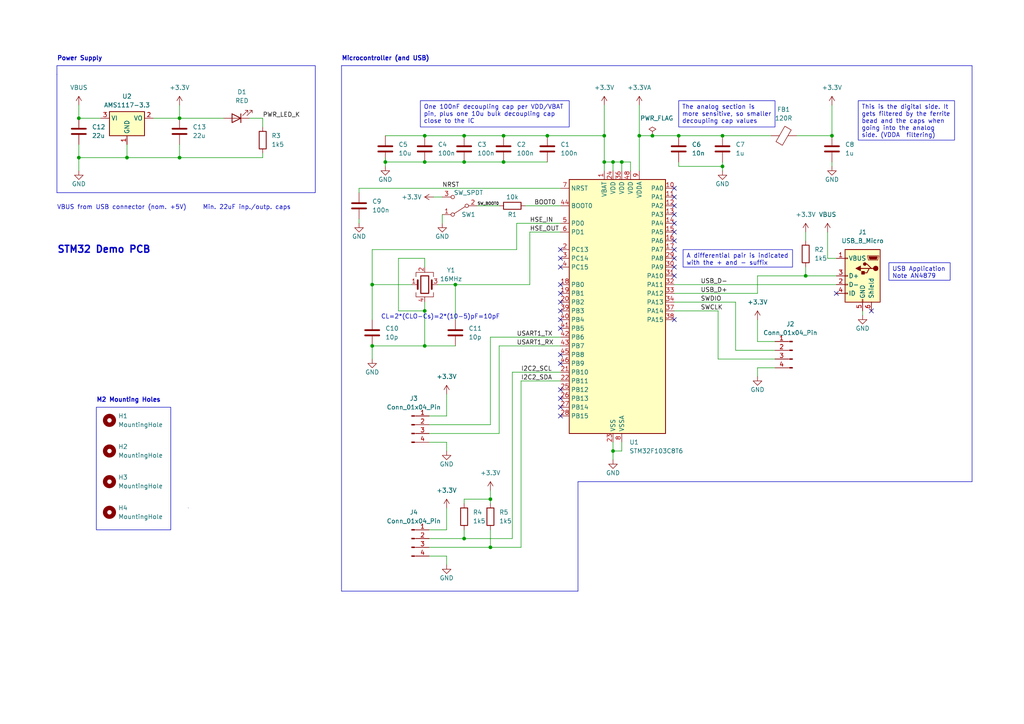
<source format=kicad_sch>
(kicad_sch (version 20230121) (generator eeschema)
  (paper "A4")
  (title_block (title "STM32 Demo PCB") (date "2023-12-25") (rev "0.1"))
  (lib_symbols
    (symbol "Connector:Conn_01x04_Pin" (pin_names (offset 1.016) hide)
      (property "Reference" "J" (at 0 5.08 0))
      (property "Value" "Conn_01x04_Pin" (at 0 -7.62 0))
      (symbol "Conn_01x04_Pin_1_1"
        (polyline (pts (xy 1.27 -5.08) (xy 0.8636 -5.08)) (stroke (width 0.1524)))
        (polyline (pts (xy 1.27 -2.54) (xy 0.8636 -2.54)) (stroke (width 0.1524)))
        (polyline (pts (xy 1.27 0) (xy 0.8636 0)) (stroke (width 0.1524)))
        (polyline (pts (xy 1.27 2.54) (xy 0.8636 2.54)) (stroke (width 0.1524)))
        (rectangle (start 0.8636 -4.953) (end 0 -5.207) (stroke (width 0.1524)) (fill (type outline)))
        (rectangle (start 0.8636 -2.413) (end 0 -2.667) (stroke (width 0.1524)) (fill (type outline)))
        (rectangle (start 0.8636 0.127) (end 0 -0.127) (stroke (width 0.1524)) (fill (type outline)))
        (rectangle (start 0.8636 2.667) (end 0 2.413) (stroke (width 0.1524)) (fill (type outline)))
        (pin passive line (at 5.08 2.54 180) (length 3.81) (name "Pin_1") (number "1"))
        (pin passive line (at 5.08 0 180) (length 3.81) (name "Pin_2") (number "2"))
        (pin passive line (at 5.08 -2.54 180) (length 3.81) (name "Pin_3") (number "3"))
        (pin passive line (at 5.08 -5.08 180) (length 3.81) (name "Pin_4") (number "4"))
      )
    )
    (symbol "Connector:USB_B_Micro" (pin_names (offset 1.016))
      (property "Reference" "J" (at -5.08 11.43 0))
      (property "Value" "USB_B_Micro" (at -5.08 8.89 0))
      (symbol "USB_B_Micro_0_1"
        (rectangle (start -5.08 -7.62) (end 5.08 7.62) (stroke (width 0.254)) (fill (type background)))
        (circle (center -3.81 2.159) (radius 0.635) (stroke (width 0.254)) (fill (type outline)))
        (circle (center -0.635 3.429) (radius 0.381) (stroke (width 0.254)) (fill (type outline)))
        (rectangle (start -0.127 -7.62) (end 0.127 -6.858))
        (polyline (pts (xy -1.905 2.159) (xy 0.635 2.159)) (stroke (width 0.254)))
        (polyline (pts (xy -3.175 2.159) (xy -2.54 2.159) (xy -1.27 3.429) (xy -0.635 3.429)) (stroke (width 0.254)))
        (polyline (pts (xy -2.54 2.159) (xy -1.905 2.159) (xy -1.27 0.889) (xy 0 0.889)) (stroke (width 0.254)))
        (polyline (pts (xy 0.635 2.794) (xy 0.635 1.524) (xy 1.905 2.159) (xy 0.635 2.794)) (stroke (width 0.254)) (fill (type outline)))
        (polyline (pts (xy -4.318 5.588) (xy -1.778 5.588) (xy -2.032 4.826) (xy -4.064 4.826) (xy -4.318 5.588)) (fill (type outline)))
        (polyline (pts (xy -4.699 5.842) (xy -4.699 5.588) (xy -4.445 4.826) (xy -4.445 4.572) (xy -1.651 4.572) (xy -1.651 4.826) (xy -1.397 5.588) (xy -1.397 5.842) (xy -4.699 5.842)))
        (rectangle (start 0.254 1.27) (end -0.508 0.508) (stroke (width 0.254)) (fill (type outline)))
        (rectangle (start 5.08 -5.207) (end 4.318 -4.953))
        (rectangle (start 5.08 -2.667) (end 4.318 -2.413))
        (rectangle (start 5.08 -0.127) (end 4.318 0.127))
        (rectangle (start 5.08 4.953) (end 4.318 5.207))
      )
      (symbol "USB_B_Micro_1_1"
        (pin power_out line (at 7.62 5.08 180) (length 2.54) (name "VBUS") (number "1"))
        (pin bidirectional line (at 7.62 -2.54 180) (length 2.54) (name "D-") (number "2"))
        (pin bidirectional line (at 7.62 0 180) (length 2.54) (name "D+") (number "3"))
        (pin passive line (at 7.62 -5.08 180) (length 2.54) (name "ID") (number "4"))
        (pin power_out line (at 0 -10.16 90) (length 2.54) (name "GND") (number "5"))
        (pin passive line (at -2.54 -10.16 90) (length 2.54) (name "Shield") (number "6"))
      )
    )
    (symbol "Device:C" (pin_numbers hide) (pin_names (offset 0.254))
      (property "Reference" "C" (at 0.635 2.54 0))
      (property "Value" "C" (at 0.635 -2.54 0))
      (symbol "C_0_1"
        (polyline (pts (xy -2.032 -0.762) (xy 2.032 -0.762)) (stroke (width 0.508)))
        (polyline (pts (xy -2.032 0.762) (xy 2.032 0.762)) (stroke (width 0.508)))
      )
      (symbol "C_1_1"
        (pin passive line (at 0 3.81 270) (length 2.794) (name "~") (number "1"))
        (pin passive line (at 0 -3.81 90) (length 2.794) (name "~") (number "2"))
      )
    )
    (symbol "Device:Crystal_GND24" (pin_names (offset 1.016) hide)
      (property "Reference" "Y" (at 3.175 5.08 0))
      (property "Value" "Crystal_GND24" (at 3.175 3.175 0))
      (symbol "Crystal_GND24_0_1"
        (rectangle (start -1.143 2.54) (end 1.143 -2.54) (stroke (width 0.3048)))
        (polyline (pts (xy -2.54 0) (xy -2.032 0)))
        (polyline (pts (xy -2.032 -1.27) (xy -2.032 1.27)) (stroke (width 0.508)))
        (polyline (pts (xy 0 -3.81) (xy 0 -3.556)))
        (polyline (pts (xy 0 3.556) (xy 0 3.81)))
        (polyline (pts (xy 2.032 -1.27) (xy 2.032 1.27)) (stroke (width 0.508)))
        (polyline (pts (xy 2.032 0) (xy 2.54 0)))
        (polyline (pts (xy -2.54 -2.286) (xy -2.54 -3.556) (xy 2.54 -3.556) (xy 2.54 -2.286)))
        (polyline (pts (xy -2.54 2.286) (xy -2.54 3.556) (xy 2.54 3.556) (xy 2.54 2.286)))
      )
      (symbol "Crystal_GND24_1_1"
        (pin passive line (at -3.81 0 0) (length 1.27) (name "1") (number "1"))
        (pin passive line (at 0 5.08 270) (length 1.27) (name "2") (number "2"))
        (pin passive line (at 3.81 0 180) (length 1.27) (name "3") (number "3"))
        (pin passive line (at 0 -5.08 90) (length 1.27) (name "4") (number "4"))
      )
    )
    (symbol "Device:FerriteBead" (pin_numbers hide) (pin_names (offset 0))
      (property "Reference" "FB" (at -3.81 0.635 90))
      (property "Value" "FerriteBead" (at 3.81 0 90))
      (symbol "FerriteBead_0_1"
        (polyline (pts (xy 0 -1.27) (xy 0 -1.2192)))
        (polyline (pts (xy 0 1.27) (xy 0 1.2954)))
        (polyline (pts (xy -2.7686 0.4064) (xy -1.7018 2.2606) (xy 2.7686 -0.3048) (xy 1.6764 -2.159) (xy -2.7686 0.4064)))
      )
      (symbol "FerriteBead_1_1"
        (pin passive line (at 0 3.81 270) (length 2.54) (name "~") (number "1"))
        (pin passive line (at 0 -3.81 90) (length 2.54) (name "~") (number "2"))
      )
    )
    (symbol "Device:LED" (pin_numbers hide) (pin_names (offset 1.016) hide)
      (property "Reference" "D" (at 0 2.54 0))
      (property "Value" "LED" (at 0 -2.54 0))
      (symbol "LED_0_1"
        (polyline (pts (xy -1.27 -1.27) (xy -1.27 1.27)) (stroke (width 0.254)))
        (polyline (pts (xy -1.27 0) (xy 1.27 0)))
        (polyline (pts (xy 1.27 -1.27) (xy 1.27 1.27) (xy -1.27 0) (xy 1.27 -1.27)) (stroke (width 0.254)))
        (polyline (pts (xy -3.048 -0.762) (xy -4.572 -2.286) (xy -3.81 -2.286) (xy -4.572 -2.286) (xy -4.572 -1.524)))
        (polyline (pts (xy -1.778 -0.762) (xy -3.302 -2.286) (xy -2.54 -2.286) (xy -3.302 -2.286) (xy -3.302 -1.524)))
      )
      (symbol "LED_1_1"
        (pin passive line (at -3.81 0 0) (length 2.54) (name "K") (number "1"))
        (pin passive line (at 3.81 0 180) (length 2.54) (name "A") (number "2"))
      )
    )
    (symbol "Device:R" (pin_numbers hide) (pin_names (offset 0))
      (property "Reference" "R" (at 2.032 0 90))
      (property "Value" "R" (at 0 0 90))
      (symbol "R_0_1"
        (rectangle (start -1.016 -2.54) (end 1.016 2.54) (stroke (width 0.254)))
      )
      (symbol "R_1_1"
        (pin passive line (at 0 3.81 270) (length 1.27) (name "~") (number "1"))
        (pin passive line (at 0 -3.81 90) (length 1.27) (name "~") (number "2"))
      )
    )
    (symbol "MCU_ST_STM32F1:STM32F103C8Tx"
      (property "Reference" "U" (at -12.7 39.37 0))
      (property "Value" "STM32F103C8Tx" (at 10.16 39.37 0))
      (symbol "STM32F103C8Tx_0_1"
        (rectangle (start -12.7 -35.56) (end 15.24 38.1) (stroke (width 0.254)) (fill (type background)))
      )
      (symbol "STM32F103C8Tx_1_1"
        (pin power_in line (at -2.54 40.64 270) (length 2.54) (name "VBAT") (number "1"))
        (pin bidirectional line (at 17.78 35.56 180) (length 2.54) (name "PA0") (number "10"))
        (pin bidirectional line (at 17.78 33.02 180) (length 2.54) (name "PA1") (number "11"))
        (pin bidirectional line (at 17.78 30.48 180) (length 2.54) (name "PA2") (number "12"))
        (pin bidirectional line (at 17.78 27.94 180) (length 2.54) (name "PA3") (number "13"))
        (pin bidirectional line (at 17.78 25.4 180) (length 2.54) (name "PA4") (number "14"))
        (pin bidirectional line (at 17.78 22.86 180) (length 2.54) (name "PA5") (number "15"))
        (pin bidirectional line (at 17.78 20.32 180) (length 2.54) (name "PA6") (number "16"))
        (pin bidirectional line (at 17.78 17.78 180) (length 2.54) (name "PA7") (number "17"))
        (pin bidirectional line (at -15.24 7.62 0) (length 2.54) (name "PB0") (number "18"))
        (pin bidirectional line (at -15.24 5.08 0) (length 2.54) (name "PB1") (number "19"))
        (pin bidirectional line (at -15.24 17.78 0) (length 2.54) (name "PC13") (number "2"))
        (pin bidirectional line (at -15.24 2.54 0) (length 2.54) (name "PB2") (number "20"))
        (pin bidirectional line (at -15.24 -17.78 0) (length 2.54) (name "PB10") (number "21"))
        (pin bidirectional line (at -15.24 -20.32 0) (length 2.54) (name "PB11") (number "22"))
        (pin power_in line (at 0 -38.1 90) (length 2.54) (name "VSS") (number "23"))
        (pin power_in line (at 0 40.64 270) (length 2.54) (name "VDD") (number "24"))
        (pin bidirectional line (at -15.24 -22.86 0) (length 2.54) (name "PB12") (number "25"))
        (pin bidirectional line (at -15.24 -25.4 0) (length 2.54) (name "PB13") (number "26"))
        (pin bidirectional line (at -15.24 -27.94 0) (length 2.54) (name "PB14") (number "27"))
        (pin bidirectional line (at -15.24 -30.48 0) (length 2.54) (name "PB15") (number "28"))
        (pin bidirectional line (at 17.78 15.24 180) (length 2.54) (name "PA8") (number "29"))
        (pin bidirectional line (at -15.24 15.24 0) (length 2.54) (name "PC14") (number "3"))
        (pin bidirectional line (at 17.78 12.7 180) (length 2.54) (name "PA9") (number "30"))
        (pin bidirectional line (at 17.78 10.16 180) (length 2.54) (name "PA10") (number "31"))
        (pin bidirectional line (at 17.78 7.62 180) (length 2.54) (name "PA11") (number "32"))
        (pin bidirectional line (at 17.78 5.08 180) (length 2.54) (name "PA12") (number "33"))
        (pin bidirectional line (at 17.78 2.54 180) (length 2.54) (name "PA13") (number "34"))
        (pin passive line (at 0 -38.1 90) (length 2.54) hide (name "VSS") (number "35"))
        (pin power_in line (at 2.54 40.64 270) (length 2.54) (name "VDD") (number "36"))
        (pin bidirectional line (at 17.78 0 180) (length 2.54) (name "PA14") (number "37"))
        (pin bidirectional line (at 17.78 -2.54 180) (length 2.54) (name "PA15") (number "38"))
        (pin bidirectional line (at -15.24 0 0) (length 2.54) (name "PB3") (number "39"))
        (pin bidirectional line (at -15.24 12.7 0) (length 2.54) (name "PC15") (number "4"))
        (pin bidirectional line (at -15.24 -2.54 0) (length 2.54) (name "PB4") (number "40"))
        (pin bidirectional line (at -15.24 -5.08 0) (length 2.54) (name "PB5") (number "41"))
        (pin bidirectional line (at -15.24 -7.62 0) (length 2.54) (name "PB6") (number "42"))
        (pin bidirectional line (at -15.24 -10.16 0) (length 2.54) (name "PB7") (number "43"))
        (pin input line (at -15.24 30.48 0) (length 2.54) (name "BOOT0") (number "44"))
        (pin bidirectional line (at -15.24 -12.7 0) (length 2.54) (name "PB8") (number "45"))
        (pin bidirectional line (at -15.24 -15.24 0) (length 2.54) (name "PB9") (number "46"))
        (pin passive line (at 0 -38.1 90) (length 2.54) hide (name "VSS") (number "47"))
        (pin power_in line (at 5.08 40.64 270) (length 2.54) (name "VDD") (number "48"))
        (pin bidirectional line (at -15.24 25.4 0) (length 2.54) (name "PD0") (number "5"))
        (pin bidirectional line (at -15.24 22.86 0) (length 2.54) (name "PD1") (number "6"))
        (pin input line (at -15.24 35.56 0) (length 2.54) (name "NRST") (number "7"))
        (pin power_in line (at 2.54 -38.1 90) (length 2.54) (name "VSSA") (number "8"))
        (pin power_in line (at 7.62 40.64 270) (length 2.54) (name "VDDA") (number "9"))
      )
    )
    (symbol "Mechanical:MountingHole" (pin_names (offset 1.016))
      (property "Reference" "H" (at 0 5.08 0))
      (property "Value" "MountingHole" (at 0 3.175 0))
      (symbol "MountingHole_0_1"
        (circle (center 0 0) (radius 1.27) (stroke (width 1.27)))
      )
    )
    (symbol "Regulator_Linear:AMS1117-3.3"
      (property "Reference" "U" (at -3.81 3.175 0))
      (property "Value" "AMS1117-3.3" (at 0 3.175 0))
      (symbol "AMS1117-3.3_0_1"
        (rectangle (start -5.08 -5.08) (end 5.08 1.905) (stroke (width 0.254)) (fill (type background)))
      )
      (symbol "AMS1117-3.3_1_1"
        (pin power_in line (at 0 -7.62 90) (length 2.54) (name "GND") (number "1"))
        (pin power_out line (at 7.62 0 180) (length 2.54) (name "VO") (number "2"))
        (pin power_in line (at -7.62 0 0) (length 2.54) (name "VI") (number "3"))
      )
    )
    (symbol "Switch:SW_SPDT" (pin_names (offset 0) hide)
      (property "Reference" "SW" (at 0 4.318 0))
      (property "Value" "SW_SPDT" (at 0 -5.08 0))
      (symbol "SW_SPDT_0_0"
        (circle (center -2.032 0) (radius 0.508))
        (circle (center 2.032 -2.54) (radius 0.508))
      )
      (symbol "SW_SPDT_0_1"
        (polyline (pts (xy -1.524 0.254) (xy 1.651 2.286)))
        (circle (center 2.032 2.54) (radius 0.508))
      )
      (symbol "SW_SPDT_1_1"
        (pin passive line (at 5.08 2.54 180) (length 2.54) (name "A") (number "1"))
        (pin passive line (at -5.08 0 0) (length 2.54) (name "B") (number "2"))
        (pin passive line (at 5.08 -2.54 180) (length 2.54) (name "C") (number "3"))
      )
    )
    (symbol "power:+3.3V" (power) (pin_names (offset 0))
      (property "Value" "+3.3V" (at 0 3.556 0))
      (symbol "+3.3V_0_1"
        (polyline (pts (xy -0.762 1.27) (xy 0 2.54)))
        (polyline (pts (xy 0 0) (xy 0 2.54)))
        (polyline (pts (xy 0 2.54) (xy 0.762 1.27)))
      )
      (symbol "+3.3V_1_1"
        (pin power_in line (at 0 0 90) (length 0) hide (name "+3.3V") (number "1"))
      )
    )
    (symbol "power:+3.3VA" (power) (pin_names (offset 0))
      (property "Value" "+3.3VA" (at 0 3.556 0))
      (symbol "+3.3VA_0_1"
        (polyline (pts (xy -0.762 1.27) (xy 0 2.54)))
        (polyline (pts (xy 0 0) (xy 0 2.54)))
        (polyline (pts (xy 0 2.54) (xy 0.762 1.27)))
      )
      (symbol "+3.3VA_1_1"
        (pin power_in line (at 0 0 90) (length 0) hide (name "+3.3VA") (number "1"))
      )
    )
    (symbol "power:GND" (power) (pin_names (offset 0))
      (property "Value" "GND" (at 0 -3.81 0))
      (symbol "GND_0_1"
        (polyline (pts (xy 0 0) (xy 0 -1.27) (xy 1.27 -1.27) (xy 0 -2.54) (xy -1.27 -1.27) (xy 0 -1.27)))
      )
      (symbol "GND_1_1"
        (pin power_in line (at 0 0 270) (length 0) hide (name "GND") (number "1"))
      )
    )
    (symbol "power:PWR_FLAG" (power) (pin_numbers hide) (pin_names (offset 0) hide)
      (property "Value" "PWR_FLAG" (at 0 3.81 0))
      (symbol "PWR_FLAG_0_0"
        (pin power_out line (at 0 0 90) (length 0) (name "pwr") (number "1"))
      )
      (symbol "PWR_FLAG_0_1"
        (polyline (pts (xy 0 0) (xy 0 1.27) (xy -1.016 1.905) (xy 0 2.54) (xy 1.016 1.905) (xy 0 1.27)))
      )
    )
    (symbol "power:VBUS" (power) (pin_names (offset 0))
      (property "Value" "VBUS" (at 0 3.81 0))
      (symbol "VBUS_0_1"
        (polyline (pts (xy -0.762 1.27) (xy 0 2.54)))
        (polyline (pts (xy 0 0) (xy 0 2.54)))
        (polyline (pts (xy 0 2.54) (xy 0.762 1.27)))
      )
      (symbol "VBUS_1_1"
        (pin power_in line (at 0 0 90) (length 0) hide (name "VBUS") (number "1"))
      )
    )
  )
  (junction (at 209.55 39.37))
  (junction (at 123.19 39.37))
  (junction (at 107.95 82.55))
  (junction (at 196.85 39.37))
  (junction (at 134.62 46.99))
  (junction (at 175.26 46.99))
  (junction (at 52.07 34.29))
  (junction (at 107.95 100.33))
  (junction (at 185.42 39.37))
  (junction (at 134.62 39.37))
  (junction (at 189.23 39.37))
  (junction (at 123.19 90.17))
  (junction (at 22.86 34.29))
  (junction (at 36.83 45.72))
  (junction (at 22.86 45.72))
  (junction (at 241.3 39.37))
  (junction (at 111.76 46.99))
  (junction (at 142.24 144.78))
  (junction (at 146.05 46.99))
  (junction (at 175.26 39.37))
  (junction (at 123.19 100.33))
  (junction (at 180.34 46.99))
  (junction (at 123.19 46.99))
  (junction (at 142.24 158.75))
  (junction (at 158.75 39.37))
  (junction (at 177.8 130.81))
  (junction (at 134.62 156.21))
  (junction (at 177.8 46.99))
  (junction (at 209.55 48.26))
  (junction (at 132.08 82.55))
  (junction (at 146.05 39.37))
  (junction (at 233.68 80.01))
  (junction (at 52.07 45.72))
  (no_connect (at 162.56 90.17))
  (no_connect (at 195.58 72.39))
  (no_connect (at 195.58 59.69))
  (no_connect (at 162.56 102.87))
  (no_connect (at 195.58 67.31))
  (no_connect (at 162.56 118.11))
  (no_connect (at 162.56 105.41))
  (no_connect (at 162.56 85.09))
  (no_connect (at 252.73 90.17))
  (no_connect (at 162.56 72.39))
  (no_connect (at 162.56 95.25))
  (no_connect (at 162.56 115.57))
  (no_connect (at 195.58 80.01))
  (no_connect (at 162.56 82.55))
  (no_connect (at 242.57 85.09))
  (no_connect (at 195.58 57.15))
  (no_connect (at 195.58 92.71))
  (no_connect (at 162.56 77.47))
  (no_connect (at 195.58 77.47))
  (no_connect (at 162.56 113.03))
  (no_connect (at 162.56 92.71))
  (no_connect (at 195.58 54.61))
  (no_connect (at 195.58 69.85))
  (no_connect (at 162.56 74.93))
  (no_connect (at 162.56 87.63))
  (no_connect (at 195.58 62.23))
  (no_connect (at 195.58 74.93))
  (no_connect (at 162.56 120.65))
  (no_connect (at 195.58 64.77))
  (wire (pts (xy 107.95 82.55) (xy 107.95 72.39)))
  (wire (pts (xy 233.68 80.01) (xy 219.71 80.01)))
  (polyline (pts (xy 167.64 139.7) (xy 281.94 139.7)))
  (wire (pts (xy 209.55 39.37) (xy 223.52 39.37)))
  (wire (pts (xy 134.62 156.21) (xy 148.59 156.21)))
  (polyline (pts (xy 99.06 19.05) (xy 99.06 19.05)))
  (wire (pts (xy 142.24 144.78) (xy 142.24 146.05)))
  (wire (pts (xy 52.07 41.91) (xy 52.07 45.72)))
  (wire (pts (xy 107.95 92.71) (xy 107.95 82.55)))
  (wire (pts (xy 144.78 125.73) (xy 144.78 100.33)))
  (wire (pts (xy 124.46 158.75) (xy 142.24 158.75)))
  (wire (pts (xy 22.86 34.29) (xy 29.21 34.29)))
  (wire (pts (xy 182.88 46.99) (xy 180.34 46.99)))
  (wire (pts (xy 180.34 49.53) (xy 180.34 46.99)))
  (wire (pts (xy 209.55 48.26) (xy 209.55 49.53)))
  (wire (pts (xy 231.14 39.37) (xy 241.3 39.37)))
  (polyline (pts (xy 16.51 19.05) (xy 16.51 21.59)))
  (wire (pts (xy 151.13 110.49) (xy 151.13 158.75)))
  (wire (pts (xy 144.78 100.33) (xy 162.56 100.33)))
  (wire (pts (xy 129.54 128.27) (xy 124.46 128.27)))
  (wire (pts (xy 219.71 92.71) (xy 219.71 99.06)))
  (wire (pts (xy 153.67 82.55) (xy 153.67 67.31)))
  (wire (pts (xy 241.3 30.48) (xy 241.3 39.37)))
  (wire (pts (xy 185.42 39.37) (xy 185.42 49.53)))
  (wire (pts (xy 152.4 59.69) (xy 162.56 59.69)))
  (wire (pts (xy 36.83 41.91) (xy 36.83 45.72)))
  (wire (pts (xy 44.45 34.29) (xy 52.07 34.29)))
  (wire (pts (xy 111.76 46.99) (xy 111.76 48.26)))
  (wire (pts (xy 104.14 54.61) (xy 104.14 55.88)))
  (wire (pts (xy 129.54 153.67) (xy 124.46 153.67)))
  (wire (pts (xy 250.19 90.17) (xy 250.19 91.44)))
  (wire (pts (xy 219.71 99.06) (xy 224.79 99.06)))
  (wire (pts (xy 52.07 34.29) (xy 64.77 34.29)))
  (wire (pts (xy 196.85 46.99) (xy 196.85 48.26)))
  (wire (pts (xy 189.23 39.37) (xy 196.85 39.37)))
  (wire (pts (xy 219.71 106.68) (xy 224.79 106.68)))
  (wire (pts (xy 115.57 74.93) (xy 115.57 90.17)))
  (polyline (pts (xy 91.44 19.05) (xy 16.51 19.05)))
  (wire (pts (xy 129.54 161.29) (xy 129.54 163.83)))
  (wire (pts (xy 148.59 156.21) (xy 148.59 107.95)))
  (wire (pts (xy 138.43 59.69) (xy 144.78 59.69)))
  (wire (pts (xy 124.46 123.19) (xy 142.24 123.19)))
  (wire (pts (xy 149.86 72.39) (xy 149.86 64.77)))
  (wire (pts (xy 124.46 156.21) (xy 134.62 156.21)))
  (wire (pts (xy 129.54 114.3) (xy 129.54 120.65)))
  (wire (pts (xy 196.85 39.37) (xy 209.55 39.37)))
  (wire (pts (xy 127 82.55) (xy 132.08 82.55)))
  (wire (pts (xy 151.13 110.49) (xy 162.56 110.49)))
  (wire (pts (xy 132.08 82.55) (xy 132.08 92.71)))
  (wire (pts (xy 123.19 46.99) (xy 134.62 46.99)))
  (wire (pts (xy 115.57 90.17) (xy 123.19 90.17)))
  (wire (pts (xy 241.3 48.26) (xy 241.3 46.99)))
  (wire (pts (xy 123.19 100.33) (xy 132.08 100.33)))
  (wire (pts (xy 195.58 85.09) (xy 219.71 85.09)))
  (wire (pts (xy 177.8 49.53) (xy 177.8 46.99)))
  (wire (pts (xy 107.95 100.33) (xy 123.19 100.33)))
  (wire (pts (xy 128.27 62.23) (xy 128.27 64.77)))
  (wire (pts (xy 195.58 90.17) (xy 208.28 90.17)))
  (polyline (pts (xy 16.51 55.88) (xy 91.44 55.88)))
  (wire (pts (xy 224.79 101.6) (xy 213.36 101.6)))
  (wire (pts (xy 180.34 130.81) (xy 177.8 130.81)))
  (wire (pts (xy 129.54 147.32) (xy 129.54 153.67)))
  (wire (pts (xy 134.62 153.67) (xy 134.62 156.21)))
  (wire (pts (xy 129.54 120.65) (xy 124.46 120.65)))
  (wire (pts (xy 185.42 30.48) (xy 185.42 39.37)))
  (wire (pts (xy 219.71 106.68) (xy 219.71 109.22)))
  (wire (pts (xy 240.03 74.93) (xy 242.57 74.93)))
  (wire (pts (xy 233.68 77.47) (xy 233.68 80.01)))
  (polyline (pts (xy 167.64 171.45) (xy 167.64 139.7)))
  (wire (pts (xy 182.88 49.53) (xy 182.88 46.99)))
  (wire (pts (xy 134.62 146.05) (xy 134.62 144.78)))
  (wire (pts (xy 146.05 46.99) (xy 158.75 46.99)))
  (wire (pts (xy 196.85 48.26) (xy 209.55 48.26)))
  (wire (pts (xy 240.03 67.31) (xy 240.03 74.93)))
  (wire (pts (xy 213.36 101.6) (xy 213.36 87.63)))
  (wire (pts (xy 142.24 153.67) (xy 142.24 158.75)))
  (wire (pts (xy 224.79 104.14) (xy 208.28 104.14)))
  (wire (pts (xy 185.42 39.37) (xy 189.23 39.37)))
  (wire (pts (xy 175.26 30.48) (xy 175.26 39.37)))
  (wire (pts (xy 72.39 34.29) (xy 76.2 34.29)))
  (wire (pts (xy 142.24 97.79) (xy 162.56 97.79)))
  (wire (pts (xy 142.24 142.24) (xy 142.24 144.78)))
  (wire (pts (xy 195.58 87.63) (xy 213.36 87.63)))
  (wire (pts (xy 158.75 39.37) (xy 175.26 39.37)))
  (polyline (pts (xy 99.06 171.45) (xy 167.64 171.45)))
  (wire (pts (xy 142.24 158.75) (xy 151.13 158.75)))
  (wire (pts (xy 107.95 72.39) (xy 149.86 72.39)))
  (wire (pts (xy 76.2 44.45) (xy 76.2 45.72)))
  (wire (pts (xy 175.26 39.37) (xy 175.26 46.99)))
  (wire (pts (xy 111.76 45.72) (xy 111.76 46.99)))
  (wire (pts (xy 123.19 74.93) (xy 115.57 74.93)))
  (wire (pts (xy 111.76 39.37) (xy 123.19 39.37)))
  (wire (pts (xy 208.28 104.14) (xy 208.28 90.17)))
  (wire (pts (xy 124.46 125.73) (xy 144.78 125.73)))
  (wire (pts (xy 146.05 39.37) (xy 158.75 39.37)))
  (wire (pts (xy 233.68 67.31) (xy 233.68 69.85)))
  (wire (pts (xy 177.8 46.99) (xy 175.26 46.99)))
  (wire (pts (xy 123.19 90.17) (xy 123.19 87.63)))
  (wire (pts (xy 129.54 161.29) (xy 124.46 161.29)))
  (wire (pts (xy 107.95 82.55) (xy 119.38 82.55)))
  (wire (pts (xy 22.86 41.91) (xy 22.86 45.72)))
  (polyline (pts (xy 281.94 19.05) (xy 99.06 19.05)))
  (wire (pts (xy 134.62 46.99) (xy 146.05 46.99)))
  (wire (pts (xy 52.07 45.72) (xy 76.2 45.72)))
  (wire (pts (xy 125.73 57.15) (xy 128.27 57.15)))
  (wire (pts (xy 219.71 80.01) (xy 219.71 85.09)))
  (wire (pts (xy 132.08 82.55) (xy 153.67 82.55)))
  (wire (pts (xy 175.26 46.99) (xy 175.26 49.53)))
  (polyline (pts (xy 91.44 55.88) (xy 91.44 19.05)))
  (wire (pts (xy 36.83 45.72) (xy 52.07 45.72)))
  (wire (pts (xy 134.62 144.78) (xy 142.24 144.78)))
  (wire (pts (xy 52.07 30.48) (xy 52.07 34.29)))
  (wire (pts (xy 134.62 39.37) (xy 146.05 39.37)))
  (wire (pts (xy 22.86 30.48) (xy 22.86 34.29)))
  (wire (pts (xy 104.14 63.5) (xy 104.14 64.77)))
  (wire (pts (xy 123.19 39.37) (xy 134.62 39.37)))
  (polyline (pts (xy 99.06 19.05) (xy 99.06 171.45)))
  (wire (pts (xy 142.24 123.19) (xy 142.24 97.79)))
  (polyline (pts (xy 16.51 21.59) (xy 16.51 55.88)))
  (wire (pts (xy 104.14 54.61) (xy 162.56 54.61)))
  (wire (pts (xy 209.55 46.99) (xy 209.55 48.26)))
  (wire (pts (xy 177.8 130.81) (xy 177.8 133.35)))
  (wire (pts (xy 107.95 100.33) (xy 107.95 104.14)))
  (wire (pts (xy 195.58 82.55) (xy 242.57 82.55)))
  (wire (pts (xy 148.59 107.95) (xy 162.56 107.95)))
  (wire (pts (xy 129.54 128.27) (xy 129.54 130.81)))
  (wire (pts (xy 153.67 67.31) (xy 162.56 67.31)))
  (wire (pts (xy 22.86 45.72) (xy 22.86 49.53)))
  (wire (pts (xy 123.19 77.47) (xy 123.19 74.93)))
  (wire (pts (xy 242.57 80.01) (xy 233.68 80.01)))
  (wire (pts (xy 123.19 90.17) (xy 123.19 100.33)))
  (wire (pts (xy 180.34 46.99) (xy 177.8 46.99)))
  (wire (pts (xy 149.86 64.77) (xy 162.56 64.77)))
  (polyline (pts (xy 281.94 139.7) (xy 281.94 19.05)))
  (wire (pts (xy 180.34 128.27) (xy 180.34 130.81)))
  (wire (pts (xy 177.8 128.27) (xy 177.8 130.81)))
  (wire (pts (xy 76.2 34.29) (xy 76.2 36.83)))
  (wire (pts (xy 111.76 46.99) (xy 123.19 46.99)))
  (wire (pts (xy 22.86 45.72) (xy 36.83 45.72)))
  (rectangle (start 27.94 118.11) (end 49.53 153.67))
  (rectangle (start 54.61 147.32) (end 54.61 147.32))
  (text_box "This is the digital side. It gets filtered by the ferrite bead and the caps when going into the analog side. (VDDA  filtering)" (at 248.92 29.21 0) (size 27.94 11.43) (effects (font (size 1.27 1.27)) (justify left top)))
  (text_box "USB Application Note AN4879" (at 257.81 76.2 0) (size 17.78 5.08) (effects (font (size 1.27 1.27)) (justify left top)))
  (text_box "One 100nF decoupling cap per VDD/VBAT pin, plus one 10u bulk decoupling cap close to the IC" (at 121.92 29.21 0) (size 43.18 7.62) (effects (font (size 1.27 1.27)) (justify left top)))
  (text_box "The analog section is more sensitive, so smaller decoupling cap values" (at 196.85 29.21 0) (size 27.94 7.62) (effects (font (size 1.27 1.27)) (justify left top)))
  (text_box "A differential pair is indicated with the + and - suffix" (at 198.12 72.39 0) (size 31.75 5.08) (effects (font (size 1.27 1.27)) (justify left top)))
  (text "Microcontroller (and USB)" (at 99.06 17.78 0) (effects (font (size 1.27 1.27) (thickness 0.254) bold) (justify left bottom)))
  (text "Power Supply" (at 16.51 17.78 0) (effects (font (size 1.27 1.27) (thickness 0.254) bold) (justify left bottom)))
  (text "VBUS from USB connector (nom. +5V)     Min. 22uF inp./outp. caps" (at 16.51 60.96 0) (effects (font (size 1.27 1.27)) (justify left bottom)))
  (text "STM32 Demo PCB" (at 16.51 73.66 0) (effects (font (size 2 2) (thickness 0.4) bold) (justify left bottom)))
  (text "M2 Mounting Holes" (at 27.94 116.84 0) (effects (font (size 1.27 1.27) (thickness 0.254) bold) (justify left bottom)))
  (text "CL=2*(CLO-Cs)=2*(10-5)pF=10pF" (at 110.49 92.71 0) (effects (font (size 1.27 1.27)) (justify left bottom)))
  (label "BOOT0" (at 154.94 59.69 0))
  (label "I2C2_SCL" (at 151.13 107.95 0))
  (label "SWCLK" (at 203.2 90.17 0))
  (label "NRST" (at 128.27 54.61 0))
  (label "PWR_LED_K" (at 76.2 34.29 0))
  (label "USART1_RX" (at 149.86 100.33 0))
  (label "HSE_IN" (at 153.67 64.77 0))
  (label "I2C2_SDA" (at 151.13 110.49 0))
  (label "SW_BOOT0" (at 138.43 59.69 0) (effects (font (size 0.8 0.8))))
  (label "SWDIO" (at 203.2 87.63 0))
  (label "USB_D-" (at 203.2 82.55 0))
  (label "USB_D+" (at 203.2 85.09 0))
  (label "USART1_TX" (at 149.86 97.79 0))
  (label "HSE_OUT" (at 153.67 67.31 0))
  (symbol (lib_id "Device:R") (at 148.59 59.69 90) (unit 1)
    (property "Reference" "R1" (at 148.59 62.23 90))
    (property "Value" "10k" (at 148.59 57.15 90))
    (property "Footprint" "Resistor_SMD:R_0402_1005Metric" (effects hide))
  )
  (symbol (lib_id "power:GND") (at 219.71 109.22 0) (unit 1)
    (property "Reference" "#PWR016" (effects hide))
    (property "Value" "GND" (at 219.71 113.03 0))
  )
  (symbol (lib_id "Device:Crystal_GND24") (at 123.19 82.55 0) (unit 1)
    (property "Reference" "Y1" (at 130.81 78.3591 0))
    (property "Value" "16MHz" (at 130.81 80.8991 0))
    (property "Footprint" "Crystal:Crystal_SMD_3225-4Pin_3.2x2.5mm" (effects hide))
  )
  (symbol (lib_id "Connector:Conn_01x04_Pin") (at 229.87 101.6 0) (mirror y) (unit 1)
    (property "Reference" "J2" (at 229.235 93.98 0))
    (property "Value" "Conn_01x04_Pin" (at 229.235 96.52 0))
    (property "Footprint" "Connector_PinHeader_2.54mm:PinHeader_1x04_P2.54mm_Vertical" (effects hide))
  )
  (symbol (lib_id "Mechanical:MountingHole") (at 31.75 130.81 0) (unit 1)
    (property "Reference" "H2" (at 34.29 129.54 0) (effects (justify left)))
    (property "Value" "MountingHole" (at 34.29 132.08 0) (effects (justify left)))
    (property "Footprint" "MountingHole:MountingHole_2.2mm_M2" (effects hide))
  )
  (symbol (lib_id "power:GND") (at 129.54 163.83 0) (mirror y) (unit 1)
    (property "Reference" "#PWR023" (effects hide))
    (property "Value" "GND" (at 129.54 167.64 0))
  )
  (symbol (lib_id "Device:C") (at 209.55 43.18 0) (unit 1)
    (property "Reference" "C7" (at 213.36 41.91 0) (effects (justify left)))
    (property "Value" "1u" (at 213.36 44.45 0) (effects (justify left)))
    (property "Footprint" "Capacitor_SMD:C_0402_1005Metric" (effects hide))
  )
  (symbol (lib_id "power:+3.3V") (at 129.54 114.3 0) (mirror y) (unit 1)
    (property "Reference" "#PWR020" (effects hide))
    (property "Value" "+3.3V" (at 129.54 109.22 0))
  )
  (symbol (lib_id "power:+3.3V") (at 129.54 147.32 0) (mirror y) (unit 1)
    (property "Reference" "#PWR022" (effects hide))
    (property "Value" "+3.3V" (at 129.54 142.24 0))
  )
  (symbol (lib_id "Device:FerriteBead") (at 227.33 39.37 90) (unit 1)
    (property "Reference" "FB1" (at 227.2792 31.75 90))
    (property "Value" "120R" (at 227.2792 34.29 90))
    (property "Footprint" "Inductor_SMD:L_0603_1608Metric" (effects hide))
  )
  (symbol (lib_id "power:GND") (at 111.76 48.26 0) (unit 1)
    (property "Reference" "#PWR03" (effects hide))
    (property "Value" "GND" (at 111.76 52.07 0))
  )
  (symbol (lib_id "power:+3.3V") (at 52.07 30.48 0) (unit 1)
    (property "Reference" "#PWR019" (effects hide))
    (property "Value" "+3.3V" (at 52.07 25.4 0))
  )
  (symbol (lib_id "Device:LED") (at 68.58 34.29 180) (unit 1)
    (property "Reference" "D1" (at 70.1675 26.67 0))
    (property "Value" "RED" (at 70.1675 29.21 0))
    (property "Footprint" "LED_SMD:LED_0603_1608Metric" (effects hide))
  )
  (symbol (lib_id "Device:C") (at 52.07 38.1 0) (unit 1)
    (property "Reference" "C13" (at 55.88 36.83 0) (effects (justify left)))
    (property "Value" "22u" (at 55.88 39.37 0) (effects (justify left)))
    (property "Footprint" "Capacitor_SMD:C_0805_2012Metric" (effects hide))
  )
  (symbol (lib_id "Mechanical:MountingHole") (at 31.75 139.7 0) (unit 1)
    (property "Reference" "H3" (at 34.29 138.43 0) (effects (justify left)))
    (property "Value" "MountingHole" (at 34.29 140.97 0) (effects (justify left)))
    (property "Footprint" "MountingHole:MountingHole_2.2mm_M2" (effects hide))
  )
  (symbol (lib_id "power:GND") (at 129.54 130.81 0) (mirror y) (unit 1)
    (property "Reference" "#PWR021" (effects hide))
    (property "Value" "GND" (at 129.54 134.62 0))
  )
  (symbol (lib_id "power:+3.3V") (at 219.71 92.71 0) (unit 1)
    (property "Reference" "#PWR015" (effects hide))
    (property "Value" "+3.3V" (at 219.71 87.63 0))
  )
  (symbol (lib_id "power:+3.3V") (at 241.3 30.48 0) (unit 1)
    (property "Reference" "#PWR05" (effects hide))
    (property "Value" "+3.3V" (at 241.3 25.4 0))
  )
  (symbol (lib_id "Connector:Conn_01x04_Pin") (at 119.38 123.19 0) (unit 1)
    (property "Reference" "J3" (at 120.015 115.57 0))
    (property "Value" "Conn_01x04_Pin" (at 120.015 118.11 0))
    (property "Footprint" "Connector_PinHeader_2.54mm:PinHeader_1x04_P2.54mm_Vertical" (effects hide))
  )
  (symbol (lib_id "power:VBUS") (at 240.03 67.31 0) (unit 1)
    (property "Reference" "#PWR013" (effects hide))
    (property "Value" "VBUS" (at 240.03 62.23 0))
  )
  (symbol (lib_id "Device:R") (at 142.24 149.86 0) (unit 1)
    (property "Reference" "R5" (at 144.78 148.59 0) (effects (justify left)))
    (property "Value" "1k5" (at 144.78 151.13 0) (effects (justify left)))
    (property "Footprint" "Resistor_SMD:R_0402_1005Metric" (effects hide))
  )
  (symbol (lib_id "power:GND") (at 128.27 64.77 0) (unit 1)
    (property "Reference" "#PWR09" (effects hide))
    (property "Value" "GND" (at 128.27 68.58 0))
  )
  (symbol (lib_id "Device:R") (at 233.68 73.66 0) (unit 1)
    (property "Reference" "R2" (at 236.22 72.39 0) (effects (justify left)))
    (property "Value" "1k5" (at 236.22 74.93 0) (effects (justify left)))
    (property "Footprint" "Resistor_SMD:R_0402_1005Metric" (effects hide))
  )
  (symbol (lib_id "power:+3.3V") (at 125.73 57.15 90) (unit 1)
    (property "Reference" "#PWR010" (effects hide))
    (property "Value" "+3.3V" (at 119.38 57.15 90))
  )
  (symbol (lib_id "MCU_ST_STM32F1:STM32F103C8Tx") (at 177.8 90.17 0) (unit 1)
    (property "Reference" "U1" (at 182.5341 128.27 0) (effects (justify left)))
    (property "Value" "STM32F103C8T6" (at 182.5341 130.81 0) (effects (justify left)))
    (property "Footprint" "Package_QFP:LQFP-48_7x7mm_P0.5mm" (effects hide))
    (property "Datasheet" "https://www.st.com/resource/en/datasheet/stm32f103c8.pdf" (effects hide))
  )
  (symbol (lib_id "power:GND") (at 177.8 133.35 0) (unit 1)
    (property "Reference" "#PWR01" (effects hide))
    (property "Value" "GND" (at 177.8 137.16 0))
  )
  (symbol (lib_id "Device:C") (at 134.62 43.18 0) (unit 1)
    (property "Reference" "C3" (at 138.43 41.91 0) (effects (justify left)))
    (property "Value" "100n" (at 138.43 44.45 0) (effects (justify left)))
    (property "Footprint" "Capacitor_SMD:C_0402_1005Metric" (effects hide))
  )
  (symbol (lib_id "Regulator_Linear:AMS1117-3.3") (at 36.83 34.29 0) (unit 1)
    (property "Reference" "U2" (at 36.83 27.94 0))
    (property "Value" "AMS1117-3.3" (at 36.83 30.48 0))
    (property "Footprint" "Package_TO_SOT_SMD:SOT-223-3_TabPin2" (effects hide))
    (property "Datasheet" "http://www.advanced-monolithic.com/pdf/ds1117.pdf" (effects hide))
  )
  (symbol (lib_id "Device:C") (at 104.14 59.69 0) (unit 1)
    (property "Reference" "C9" (at 107.95 58.42 0) (effects (justify left)))
    (property "Value" "100n" (at 107.95 60.96 0) (effects (justify left)))
    (property "Footprint" "Capacitor_SMD:C_0402_1005Metric" (effects hide))
  )
  (symbol (lib_id "power:+3.3VA") (at 185.42 30.48 0) (unit 1)
    (property "Reference" "#PWR04" (effects hide))
    (property "Value" "+3.3VA" (at 185.42 25.4 0))
  )
  (symbol (lib_id "power:+3.3V") (at 142.24 142.24 0) (mirror y) (unit 1)
    (property "Reference" "#PWR024" (effects hide))
    (property "Value" "+3.3V" (at 142.24 137.16 0))
  )
  (symbol (lib_id "Device:C") (at 107.95 96.52 0) (unit 1)
    (property "Reference" "C10" (at 111.76 95.25 0) (effects (justify left)))
    (property "Value" "10p" (at 111.76 97.79 0) (effects (justify left)))
    (property "Footprint" "Capacitor_SMD:C_0402_1005Metric" (effects hide))
  )
  (symbol (lib_id "Device:C") (at 241.3 43.18 0) (unit 1)
    (property "Reference" "C8" (at 245.11 41.91 0) (effects (justify left)))
    (property "Value" "1u" (at 245.11 44.45 0) (effects (justify left)))
    (property "Footprint" "Capacitor_SMD:C_0402_1005Metric" (effects hide))
  )
  (symbol (lib_id "power:+3.3V") (at 233.68 67.31 0) (unit 1)
    (property "Reference" "#PWR014" (effects hide))
    (property "Value" "+3.3V" (at 233.68 62.23 0))
  )
  (symbol (lib_id "power:GND") (at 22.86 49.53 0) (unit 1)
    (property "Reference" "#PWR017" (effects hide))
    (property "Value" "GND" (at 22.86 53.34 0))
  )
  (symbol (lib_id "Device:C") (at 158.75 43.18 0) (unit 1)
    (property "Reference" "C1" (at 162.56 41.91 0) (effects (justify left)))
    (property "Value" "100n" (at 162.56 44.45 0) (effects (justify left)))
    (property "Footprint" "Capacitor_SMD:C_0402_1005Metric" (effects hide))
  )
  (symbol (lib_id "Device:C") (at 132.08 96.52 0) (unit 1)
    (property "Reference" "C11" (at 135.89 95.25 0) (effects (justify left)))
    (property "Value" "10p" (at 135.89 97.79 0) (effects (justify left)))
    (property "Footprint" "Capacitor_SMD:C_0402_1005Metric" (effects hide))
  )
  (symbol (lib_id "Device:R") (at 134.62 149.86 0) (unit 1)
    (property "Reference" "R4" (at 137.16 148.59 0) (effects (justify left)))
    (property "Value" "1k5" (at 137.16 151.13 0) (effects (justify left)))
    (property "Footprint" "Resistor_SMD:R_0402_1005Metric" (effects hide))
  )
  (symbol (lib_id "power:PWR_FLAG") (at 189.23 39.37 0) (unit 1)
    (property "Reference" "#FLG01" (effects hide))
    (property "Value" "PWR_FLAG" (at 190.5 34.29 0))
  )
  (symbol (lib_id "power:GND") (at 209.55 49.53 0) (unit 1)
    (property "Reference" "#PWR07" (effects hide))
    (property "Value" "GND" (at 209.55 53.34 0))
  )
  (symbol (lib_id "Device:C") (at 146.05 43.18 0) (unit 1)
    (property "Reference" "C2" (at 149.86 41.91 0) (effects (justify left)))
    (property "Value" "100n" (at 149.86 44.45 0) (effects (justify left)))
    (property "Footprint" "Capacitor_SMD:C_0402_1005Metric" (effects hide))
  )
  (symbol (lib_id "power:GND") (at 104.14 64.77 0) (unit 1)
    (property "Reference" "#PWR08" (effects hide))
    (property "Value" "GND" (at 104.14 68.58 0))
  )
  (symbol (lib_id "Connector:Conn_01x04_Pin") (at 119.38 156.21 0) (unit 1)
    (property "Reference" "J4" (at 120.015 148.59 0))
    (property "Value" "Conn_01x04_Pin" (at 120.015 151.13 0))
    (property "Footprint" "Connector_PinHeader_2.54mm:PinHeader_1x04_P2.54mm_Vertical" (effects hide))
  )
  (symbol (lib_id "power:VBUS") (at 22.86 30.48 0) (unit 1)
    (property "Reference" "#PWR018" (effects hide))
    (property "Value" "VBUS" (at 22.86 25.4 0))
  )
  (symbol (lib_id "Device:C") (at 123.19 43.18 0) (unit 1)
    (property "Reference" "C4" (at 127 41.91 0) (effects (justify left)))
    (property "Value" "100n" (at 127 44.45 0) (effects (justify left)))
    (property "Footprint" "Capacitor_SMD:C_0402_1005Metric" (effects hide))
  )
  (symbol (lib_id "power:GND") (at 241.3 48.26 0) (unit 1)
    (property "Reference" "#PWR06" (effects hide))
    (property "Value" "GND" (at 241.3 52.07 0))
  )
  (symbol (lib_id "power:GND") (at 107.95 104.14 0) (unit 1)
    (property "Reference" "#PWR011" (effects hide))
    (property "Value" "GND" (at 107.95 107.95 0))
  )
  (symbol (lib_id "Mechanical:MountingHole") (at 31.75 148.59 0) (unit 1)
    (property "Reference" "H4" (at 34.29 147.32 0) (effects (justify left)))
    (property "Value" "MountingHole" (at 34.29 149.86 0) (effects (justify left)))
    (property "Footprint" "MountingHole:MountingHole_2.2mm_M2" (effects hide))
  )
  (symbol (lib_id "Switch:SW_SPDT") (at 133.35 59.69 180) (unit 1)
    (property "Reference" "SW1" (at 135.89 62.23 0))
    (property "Value" "SW_SPDT" (at 135.89 55.88 0))
    (property "Footprint" "Button_Switch_SMD:SW_SPDT_PCM12" (effects hide))
  )
  (symbol (lib_id "power:+3.3V") (at 175.26 30.48 0) (unit 1)
    (property "Reference" "#PWR02" (effects hide))
    (property "Value" "+3.3V" (at 175.26 25.4 0))
  )
  (symbol (lib_id "Device:C") (at 22.86 38.1 0) (unit 1)
    (property "Reference" "C12" (at 26.67 36.83 0) (effects (justify left)))
    (property "Value" "22u" (at 26.67 39.37 0) (effects (justify left)))
    (property "Footprint" "Capacitor_SMD:C_0805_2012Metric" (effects hide))
  )
  (symbol (lib_id "Connector:USB_B_Micro") (at 250.19 80.01 0) (mirror y) (unit 1)
    (property "Reference" "J1" (at 250.19 67.31 0))
    (property "Value" "USB_B_Micro" (at 250.19 69.85 0))
    (property "Footprint" "Connector_USB:USB_Micro-B_Wuerth_629105150521" (effects hide))
  )
  (symbol (lib_id "power:GND") (at 250.19 91.44 0) (unit 1)
    (property "Reference" "#PWR012" (effects hide))
    (property "Value" "GND" (at 250.19 95.25 0))
  )
  (symbol (lib_id "Device:C") (at 111.76 43.18 0) (unit 1)
    (property "Reference" "C5" (at 115.57 41.91 0) (effects (justify left)))
    (property "Value" "10u" (at 115.57 44.45 0) (effects (justify left)))
    (property "Footprint" "Capacitor_SMD:C_0603_1608Metric" (effects hide))
  )
  (symbol (lib_id "Mechanical:MountingHole") (at 31.75 121.92 0) (unit 1)
    (property "Reference" "H1" (at 34.29 120.65 0) (effects (justify left)))
    (property "Value" "MountingHole" (at 34.29 123.19 0) (effects (justify left)))
    (property "Footprint" "MountingHole:MountingHole_2.2mm_M2" (effects hide))
  )
  (symbol (lib_id "Device:R") (at 76.2 40.64 0) (unit 1)
    (property "Reference" "R3" (at 78.74 39.37 0) (effects (justify left)))
    (property "Value" "1k5" (at 78.74 41.91 0) (effects (justify left)))
    (property "Footprint" "Resistor_SMD:R_0402_1005Metric" (effects hide))
  )
  (symbol (lib_id "Device:C") (at 196.85 43.18 0) (unit 1)
    (property "Reference" "C6" (at 200.66 41.91 0) (effects (justify left)))
    (property "Value" "10n" (at 200.66 44.45 0) (effects (justify left)))
    (property "Footprint" "Capacitor_SMD:C_0402_1005Metric" (effects hide))
  )
)
</source>
